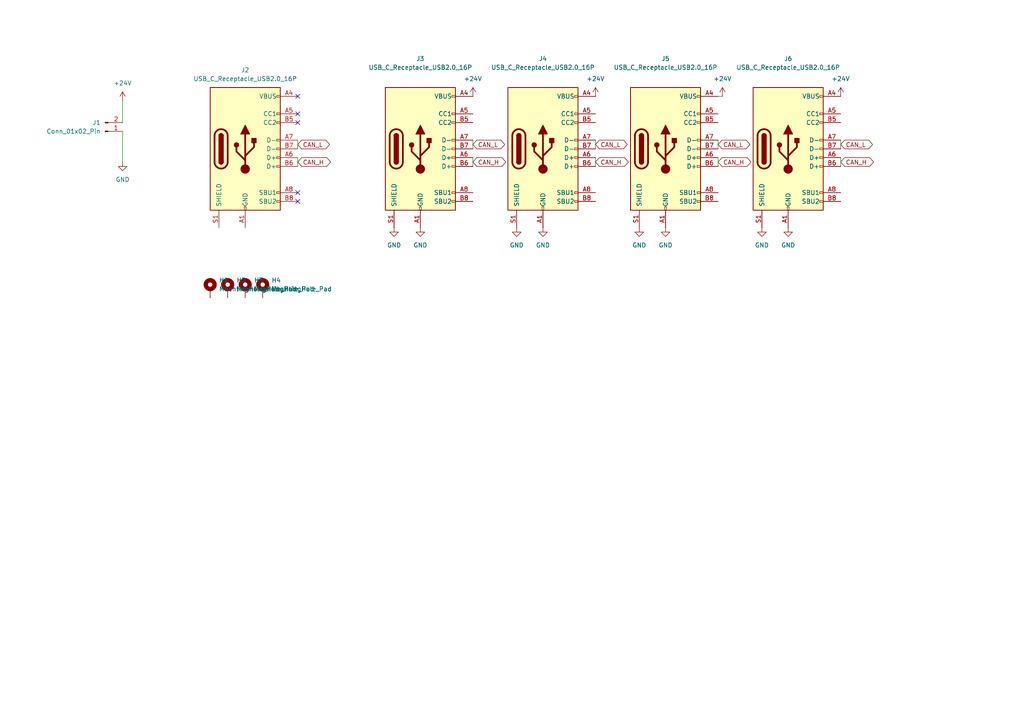
<source format=kicad_sch>
(kicad_sch (version 20250114) (generator "eeschema") (generator_version "9.0")
  (paper "A4")
  (lib_symbols
    (symbol "Connector:Conn_01x02_Pin" (pin_names (offset 1.016) (hide yes))
      (property "Reference" "J" (at 0 2.54 0))
      (property "Value" "Conn_01x02_Pin" (at 0 -5.08 0))
      (symbol "Conn_01x02_Pin_1_1"
        (rectangle (start 0.8636 0.127) (end 0 -0.127) (stroke (width 0.1524)) (fill (type outline)))
        (rectangle (start 0.8636 -2.413) (end 0 -2.667) (stroke (width 0.1524)) (fill (type outline)))
        (polyline (pts (xy 1.27 0) (xy 0.8636 0)) (stroke (width 0.1524)))
        (polyline (pts (xy 1.27 -2.54) (xy 0.8636 -2.54)) (stroke (width 0.1524)))
        (pin passive line (at 5.08 0 180) (length 3.81) (name "Pin_1") (number "1"))
        (pin passive line (at 5.08 -2.54 180) (length 3.81) (name "Pin_2") (number "2"))
      )
    )
    (symbol "Connector:USB_C_Receptacle_USB2.0_16P" (pin_names (offset 1.016))
      (property "Reference" "J" (at 0 22.225 0))
      (property "Value" "USB_C_Receptacle_USB2.0_16P" (at 0 19.685 0))
      (symbol "USB_C_Receptacle_USB2.0_16P_0_0"
        (rectangle (start -0.254 -17.78) (end 0.254 -16.764))
        (rectangle (start 10.16 15.494) (end 9.144 14.986))
        (rectangle (start 10.16 10.414) (end 9.144 9.906))
        (rectangle (start 10.16 7.874) (end 9.144 7.366))
        (rectangle (start 10.16 2.794) (end 9.144 2.286))
        (rectangle (start 10.16 0.254) (end 9.144 -0.254))
        (rectangle (start 10.16 -2.286) (end 9.144 -2.794))
        (rectangle (start 10.16 -4.826) (end 9.144 -5.334))
        (rectangle (start 10.16 -12.446) (end 9.144 -12.954))
        (rectangle (start 10.16 -14.986) (end 9.144 -15.494))
      )
      (symbol "USB_C_Receptacle_USB2.0_16P_0_1"
        (rectangle (start -10.16 17.78) (end 10.16 -17.78) (stroke (width 0.254)) (fill (type background)))
        (polyline (pts (xy -8.89 -3.81) (xy -8.89 3.81)) (stroke (width 0.508)))
        (rectangle (start -7.62 -3.81) (end -6.35 3.81) (stroke (width 0.254)) (fill (type outline)))
        (arc (start -7.62 3.81) (mid -6.985 4.4423) (end -6.35 3.81) (stroke (width 0.254)))
        (arc (start -7.62 3.81) (mid -6.985 4.4423) (end -6.35 3.81) (stroke (width 0.254)) (fill (type outline)))
        (arc (start -8.89 3.81) (mid -6.985 5.7067) (end -5.08 3.81) (stroke (width 0.508)))
        (arc (start -5.08 -3.81) (mid -6.985 -5.7067) (end -8.89 -3.81) (stroke (width 0.508)))
        (arc (start -6.35 -3.81) (mid -6.985 -4.4423) (end -7.62 -3.81) (stroke (width 0.254)))
        (arc (start -6.35 -3.81) (mid -6.985 -4.4423) (end -7.62 -3.81) (stroke (width 0.254)) (fill (type outline)))
        (polyline (pts (xy -5.08 3.81) (xy -5.08 -3.81)) (stroke (width 0.508)))
        (circle (center -2.54 1.143) (radius 0.635) (stroke (width 0.254)) (fill (type outline)))
        (polyline (pts (xy -1.27 4.318) (xy 0 6.858) (xy 1.27 4.318) (xy -1.27 4.318)) (stroke (width 0.254)) (fill (type outline)))
        (polyline (pts (xy 0 -2.032) (xy 2.54 0.508) (xy 2.54 1.778)) (stroke (width 0.508)))
        (polyline (pts (xy 0 -3.302) (xy -2.54 -0.762) (xy -2.54 0.508)) (stroke (width 0.508)))
        (polyline (pts (xy 0 -5.842) (xy 0 4.318)) (stroke (width 0.508)))
        (circle (center 0 -5.842) (radius 1.27) (fill (type outline)))
        (rectangle (start 1.905 1.778) (end 3.175 3.048) (stroke (width 0.254)) (fill (type outline)))
      )
      (symbol "USB_C_Receptacle_USB2.0_16P_1_1"
        (pin passive line (at -7.62 -22.86 90) (length 5.08) (name "SHIELD") (number "S1"))
        (pin passive line (at 0 -22.86 90) (length 5.08) (name "GND") (number "A1"))
        (pin passive line (at 0 -22.86 90) (length 5.08) (hide yes) (name "GND") (number "A12"))
        (pin passive line (at 0 -22.86 90) (length 5.08) (hide yes) (name "GND") (number "B1"))
        (pin passive line (at 0 -22.86 90) (length 5.08) (hide yes) (name "GND") (number "B12"))
        (pin passive line (at 15.24 15.24 180) (length 5.08) (name "VBUS") (number "A4"))
        (pin passive line (at 15.24 15.24 180) (length 5.08) (hide yes) (name "VBUS") (number "A9"))
        (pin passive line (at 15.24 15.24 180) (length 5.08) (hide yes) (name "VBUS") (number "B4"))
        (pin passive line (at 15.24 15.24 180) (length 5.08) (hide yes) (name "VBUS") (number "B9"))
        (pin bidirectional line (at 15.24 10.16 180) (length 5.08) (name "CC1") (number "A5"))
        (pin bidirectional line (at 15.24 7.62 180) (length 5.08) (name "CC2") (number "B5"))
        (pin bidirectional line (at 15.24 2.54 180) (length 5.08) (name "D-") (number "A7"))
        (pin bidirectional line (at 15.24 0 180) (length 5.08) (name "D-") (number "B7"))
        (pin bidirectional line (at 15.24 -2.54 180) (length 5.08) (name "D+") (number "A6"))
        (pin bidirectional line (at 15.24 -5.08 180) (length 5.08) (name "D+") (number "B6"))
        (pin bidirectional line (at 15.24 -12.7 180) (length 5.08) (name "SBU1") (number "A8"))
        (pin bidirectional line (at 15.24 -15.24 180) (length 5.08) (name "SBU2") (number "B8"))
      )
    )
    (symbol "Mechanical:MountingHole_Pad" (pin_numbers (hide yes)) (pin_names (offset 1.016) (hide yes)) (in_bom no)
      (property "Reference" "H" (at 0 6.35 0))
      (property "Value" "MountingHole_Pad" (at 0 4.445 0))
      (symbol "MountingHole_Pad_0_1"
        (circle (center 0 1.27) (radius 1.27) (stroke (width 1.27)))
      )
      (symbol "MountingHole_Pad_1_1"
        (pin input line (at 0 -2.54 90) (length 2.54) (name "1") (number "1"))
      )
    )
    (symbol "power:+24V" (power) (pin_numbers (hide yes)) (pin_names (offset 0) (hide yes))
      (property "Value" "+24V" (at 0 3.556 0))
      (symbol "+24V_0_1"
        (polyline (pts (xy -0.762 1.27) (xy 0 2.54)))
        (polyline (pts (xy 0 2.54) (xy 0.762 1.27)))
        (polyline (pts (xy 0 0) (xy 0 2.54)))
      )
      (symbol "+24V_1_1"
        (pin power_in line (at 0 0 90) (length 0) (name "~") (number "1"))
      )
    )
    (symbol "power:GND" (power) (pin_numbers (hide yes)) (pin_names (offset 0) (hide yes))
      (property "Value" "GND" (at 0 -3.81 0))
      (symbol "GND_0_1"
        (polyline (pts (xy 0 0) (xy 0 -1.27) (xy 1.27 -1.27) (xy 0 -2.54) (xy -1.27 -1.27) (xy 0 -1.27)))
      )
      (symbol "GND_1_1"
        (pin power_in line (at 0 0 270) (length 0) (name "~") (number "1"))
      )
    )
  )
  (no_connect (at 86.36 58.42))
  (no_connect (at 86.36 35.56))
  (no_connect (at 86.36 55.88))
  (no_connect (at 86.36 27.94))
  (no_connect (at 86.36 33.02))
  (wire (pts (xy 137.16 45.72) (xy 137.16 48.26)))
  (wire (pts (xy 243.84 40.64) (xy 243.84 43.18)))
  (wire (pts (xy 35.56 29.21) (xy 35.56 35.56)))
  (wire (pts (xy 208.28 45.72) (xy 208.28 48.26)))
  (wire (pts (xy 35.56 46.99) (xy 35.56 38.1)))
  (wire (pts (xy 137.16 40.64) (xy 137.16 43.18)))
  (wire (pts (xy 86.36 45.72) (xy 86.36 48.26)))
  (wire (pts (xy 208.28 27.94) (xy 209.55 27.94)))
  (wire (pts (xy 208.28 40.64) (xy 208.28 43.18)))
  (wire (pts (xy 243.84 45.72) (xy 243.84 48.26)))
  (wire (pts (xy 86.36 40.64) (xy 86.36 43.18)))
  (wire (pts (xy 172.72 40.64) (xy 172.72 43.18)))
  (wire (pts (xy 172.72 45.72) (xy 172.72 48.26)))
  (global_label "CAN_L" (shape bidirectional) (at 243.84 41.91 0) (property "Intersheetrefs" "${INTERSHEET_REFS}" (effects (hide yes))))
  (global_label "CAN_H" (shape bidirectional) (at 243.84 46.99 0) (property "Intersheetrefs" "${INTERSHEET_REFS}" (effects (hide yes))))
  (global_label "CAN_L" (shape bidirectional) (at 137.16 41.91 0) (property "Intersheetrefs" "${INTERSHEET_REFS}" (effects (hide yes))))
  (global_label "CAN_L" (shape bidirectional) (at 172.72 41.91 0) (property "Intersheetrefs" "${INTERSHEET_REFS}" (effects (hide yes))))
  (global_label "CAN_H" (shape bidirectional) (at 86.36 46.99 0) (property "Intersheetrefs" "${INTERSHEET_REFS}" (effects (hide yes))))
  (global_label "CAN_H" (shape bidirectional) (at 172.72 46.99 0) (property "Intersheetrefs" "${INTERSHEET_REFS}" (effects (hide yes))))
  (global_label "CAN_L" (shape bidirectional) (at 86.36 41.91 0) (property "Intersheetrefs" "${INTERSHEET_REFS}" (effects (hide yes))))
  (global_label "CAN_H" (shape bidirectional) (at 137.16 46.99 0) (property "Intersheetrefs" "${INTERSHEET_REFS}" (effects (hide yes))))
  (global_label "CAN_L" (shape bidirectional) (at 208.28 41.91 0) (property "Intersheetrefs" "${INTERSHEET_REFS}" (effects (hide yes))))
  (global_label "CAN_H" (shape bidirectional) (at 208.28 46.99 0) (property "Intersheetrefs" "${INTERSHEET_REFS}" (effects (hide yes))))
  (symbol (lib_id "power:GND") (at 220.98 66.04 0) (unit 1)
    (property "Reference" "#PWR015" (effects (hide yes)))
    (property "Value" "GND" (at 220.98 71.12 0))
    (property "Description" "Power symbol creates a global label with name \"GND\" , ground" (effects (hide yes)))
  )
  (symbol (lib_id "Connector:Conn_01x02_Pin") (at 30.48 38.1 0) (mirror x) (unit 1)
    (property "Reference" "J1" (at 29.21 35.5599 0) (effects (justify right)))
    (property "Value" "Conn_01x02_Pin" (at 29.21 38.0999 0) (effects (justify right)))
    (property "Footprint" "Connector_AMASS:AMASS_XT60PW-M_1x02_P7.20mm_Horizontal" (effects (hide yes)))
    (property "Description" "Generic connector, single row, 01x02, script generated" (effects (hide yes)))
  )
  (symbol (lib_id "power:GND") (at 185.42 66.04 0) (unit 1)
    (property "Reference" "#PWR013" (effects (hide yes)))
    (property "Value" "GND" (at 185.42 71.12 0))
    (property "Description" "Power symbol creates a global label with name \"GND\" , ground" (effects (hide yes)))
  )
  (symbol (lib_id "power:+24V") (at 137.16 27.94 0) (unit 1)
    (property "Reference" "#PWR03" (effects (hide yes)))
    (property "Value" "+24V" (at 137.16 22.86 0))
    (property "Description" "Power symbol creates a global label with name \"+24V\"" (effects (hide yes)))
  )
  (symbol (lib_id "power:GND") (at 114.3 66.04 0) (unit 1)
    (property "Reference" "#PWR09" (effects (hide yes)))
    (property "Value" "GND" (at 114.3 71.12 0))
    (property "Description" "Power symbol creates a global label with name \"GND\" , ground" (effects (hide yes)))
  )
  (symbol (lib_id "power:+24V") (at 209.55 27.94 0) (unit 1)
    (property "Reference" "#PWR05" (effects (hide yes)))
    (property "Value" "+24V" (at 209.55 22.86 0))
    (property "Description" "Power symbol creates a global label with name \"+24V\"" (effects (hide yes)))
  )
  (symbol (lib_id "power:+24V") (at 172.72 27.94 0) (unit 1)
    (property "Reference" "#PWR04" (effects (hide yes)))
    (property "Value" "+24V" (at 172.72 22.86 0))
    (property "Description" "Power symbol creates a global label with name \"+24V\"" (effects (hide yes)))
  )
  (symbol (lib_id "power:GND") (at 157.48 66.04 0) (unit 1)
    (property "Reference" "#PWR012" (effects (hide yes)))
    (property "Value" "GND" (at 157.48 71.12 0))
    (property "Description" "Power symbol creates a global label with name \"GND\" , ground" (effects (hide yes)))
  )
  (symbol (lib_id "power:GND") (at 121.92 66.04 0) (unit 1)
    (property "Reference" "#PWR010" (effects (hide yes)))
    (property "Value" "GND" (at 121.92 71.12 0))
    (property "Description" "Power symbol creates a global label with name \"GND\" , ground" (effects (hide yes)))
  )
  (symbol (lib_id "power:GND") (at 193.04 66.04 0) (unit 1)
    (property "Reference" "#PWR014" (effects (hide yes)))
    (property "Value" "GND" (at 193.04 71.12 0))
    (property "Description" "Power symbol creates a global label with name \"GND\" , ground" (effects (hide yes)))
  )
  (symbol (lib_id "power:GND") (at 228.6 66.04 0) (unit 1)
    (property "Reference" "#PWR016" (effects (hide yes)))
    (property "Value" "GND" (at 228.6 71.12 0))
    (property "Description" "Power symbol creates a global label with name \"GND\" , ground" (effects (hide yes)))
  )
  (symbol (lib_id "Mechanical:MountingHole_Pad") (at 76.2 83.82 0) (unit 1) (in_bom no)
    (property "Reference" "H4" (at 78.74 81.2799 0) (effects (justify left)))
    (property "Value" "MountingHole_Pad" (at 78.74 83.8199 0) (effects (justify left)))
    (property "Footprint" "MountingHole:MountingHole_3.2mm_M3_Pad_Via" (effects (hide yes)))
    (property "Description" "Mounting Hole with connection" (effects (hide yes)))
  )
  (symbol (lib_id "Mechanical:MountingHole_Pad") (at 60.96 83.82 0) (unit 1) (in_bom no)
    (property "Reference" "H1" (at 63.5 81.2799 0) (effects (justify left)))
    (property "Value" "MountingHole_Pad" (at 63.5 83.8199 0) (effects (justify left)))
    (property "Footprint" "MountingHole:MountingHole_3.2mm_M3_Pad_Via" (effects (hide yes)))
    (property "Description" "Mounting Hole with connection" (effects (hide yes)))
  )
  (symbol (lib_id "power:GND") (at 149.86 66.04 0) (unit 1)
    (property "Reference" "#PWR011" (effects (hide yes)))
    (property "Value" "GND" (at 149.86 71.12 0))
    (property "Description" "Power symbol creates a global label with name \"GND\" , ground" (effects (hide yes)))
  )
  (symbol (lib_id "power:GND") (at 35.56 46.99 0) (unit 1)
    (property "Reference" "#PWR02" (effects (hide yes)))
    (property "Value" "GND" (at 35.56 52.07 0))
    (property "Description" "Power symbol creates a global label with name \"GND\" , ground" (effects (hide yes)))
  )
  (symbol (lib_id "Connector:USB_C_Receptacle_USB2.0_16P") (at 71.12 43.18 0) (unit 1)
    (property "Reference" "J2" (at 71.12 20.32 0))
    (property "Value" "USB_C_Receptacle_USB2.0_16P" (at 71.12 22.86 0))
    (property "Footprint" "Connector_USB:USB_C_Receptacle_HRO_TYPE-C-31-M-12" (effects (hide yes)))
    (property "Datasheet" "https://www.usb.org/sites/default/files/documents/usb_type-c.zip" (effects (hide yes)))
    (property "Description" "USB 2.0-only 16P Type-C Receptacle connector" (effects (hide yes)))
  )
  (symbol (lib_id "Mechanical:MountingHole_Pad") (at 66.04 83.82 0) (unit 1) (in_bom no)
    (property "Reference" "H2" (at 68.58 81.2799 0) (effects (justify left)))
    (property "Value" "MountingHole_Pad" (at 68.58 83.8199 0) (effects (justify left)))
    (property "Footprint" "MountingHole:MountingHole_3.2mm_M3_Pad_Via" (effects (hide yes)))
    (property "Description" "Mounting Hole with connection" (effects (hide yes)))
  )
  (symbol (lib_id "power:+24V") (at 35.56 29.21 0) (unit 1)
    (property "Reference" "#PWR01" (effects (hide yes)))
    (property "Value" "+24V" (at 35.56 24.13 0))
    (property "Description" "Power symbol creates a global label with name \"+24V\"" (effects (hide yes)))
  )
  (symbol (lib_id "Connector:USB_C_Receptacle_USB2.0_16P") (at 121.92 43.18 0) (unit 1)
    (property "Reference" "J3" (at 121.92 17.018 0))
    (property "Value" "USB_C_Receptacle_USB2.0_16P" (at 121.92 19.558 0))
    (property "Footprint" "Connector_USB:USB_C_Receptacle_HRO_TYPE-C-31-M-12" (effects (hide yes)))
    (property "Datasheet" "https://www.usb.org/sites/default/files/documents/usb_type-c.zip" (effects (hide yes)))
    (property "Description" "USB 2.0-only 16P Type-C Receptacle connector" (effects (hide yes)))
  )
  (symbol (lib_id "Mechanical:MountingHole_Pad") (at 71.12 83.82 0) (unit 1) (in_bom no)
    (property "Reference" "H3" (at 73.66 81.2799 0) (effects (justify left)))
    (property "Value" "MountingHole_Pad" (at 73.66 83.8199 0) (effects (justify left)))
    (property "Footprint" "MountingHole:MountingHole_3.2mm_M3_Pad_Via" (effects (hide yes)))
    (property "Description" "Mounting Hole with connection" (effects (hide yes)))
  )
  (symbol (lib_id "power:+24V") (at 243.84 27.94 0) (unit 1)
    (property "Reference" "#PWR06" (effects (hide yes)))
    (property "Value" "+24V" (at 243.84 22.86 0))
    (property "Description" "Power symbol creates a global label with name \"+24V\"" (effects (hide yes)))
  )
  (symbol (lib_id "Connector:USB_C_Receptacle_USB2.0_16P") (at 228.6 43.18 0) (unit 1)
    (property "Reference" "J6" (at 228.6 17.018 0))
    (property "Value" "USB_C_Receptacle_USB2.0_16P" (at 228.6 19.558 0))
    (property "Footprint" "Connector_USB:USB_C_Receptacle_HRO_TYPE-C-31-M-12" (effects (hide yes)))
    (property "Datasheet" "https://www.usb.org/sites/default/files/documents/usb_type-c.zip" (effects (hide yes)))
    (property "Description" "USB 2.0-only 16P Type-C Receptacle connector" (effects (hide yes)))
  )
  (symbol (lib_id "Connector:USB_C_Receptacle_USB2.0_16P") (at 193.04 43.18 0) (unit 1)
    (property "Reference" "J5" (at 193.04 17.018 0))
    (property "Value" "USB_C_Receptacle_USB2.0_16P" (at 193.04 19.558 0))
    (property "Footprint" "Connector_USB:USB_C_Receptacle_HRO_TYPE-C-31-M-12" (effects (hide yes)))
    (property "Datasheet" "https://www.usb.org/sites/default/files/documents/usb_type-c.zip" (effects (hide yes)))
    (property "Description" "USB 2.0-only 16P Type-C Receptacle connector" (effects (hide yes)))
  )
  (symbol (lib_id "Connector:USB_C_Receptacle_USB2.0_16P") (at 157.48 43.18 0) (unit 1)
    (property "Reference" "J4" (at 157.48 17.018 0))
    (property "Value" "USB_C_Receptacle_USB2.0_16P" (at 157.48 19.558 0))
    (property "Footprint" "Connector_USB:USB_C_Receptacle_HRO_TYPE-C-31-M-12" (effects (hide yes)))
    (property "Datasheet" "https://www.usb.org/sites/default/files/documents/usb_type-c.zip" (effects (hide yes)))
    (property "Description" "USB 2.0-only 16P Type-C Receptacle connector" (effects (hide yes)))
  )
)
</source>
